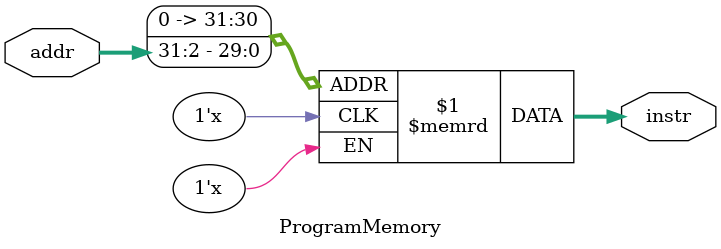
<source format=v>
module ProgramMemory (
    input wire [31:0] addr,
    output wire [31:0] instr
);
    // Suponiendo que la memoria está preinicializada con instrucciones
    reg [31:0] memory [0:1023];
    assign instr = memory[addr >> 2]; // Supone que la memoria está alineada a 4 bytes
endmodule

</source>
